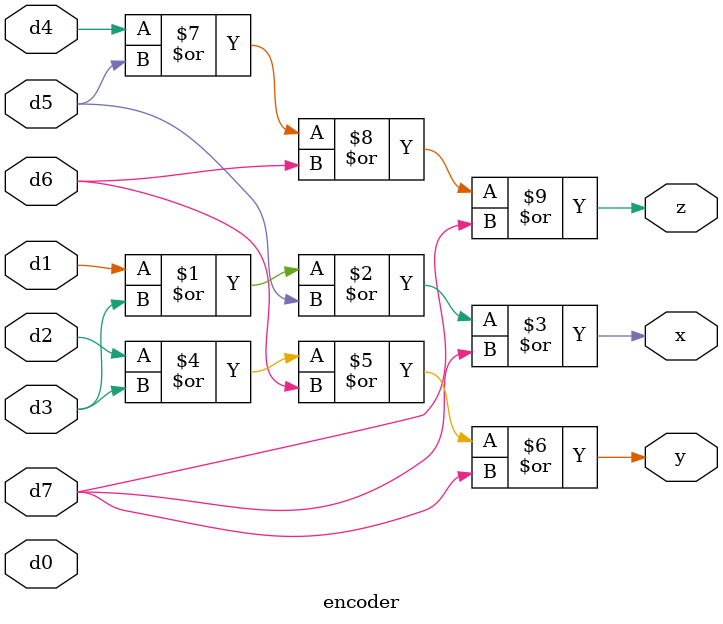
<source format=v>
`timescale 1ns / 1ps


module encoder(
output x,y,z,
input d0,d1,d2,d3,d4,d5,d6,d7);

assign x=d1|d3|d5|d7;
assign y=d2|d3|d6|d7;
assign z=d4|d5|d6|d7;

endmodule

</source>
